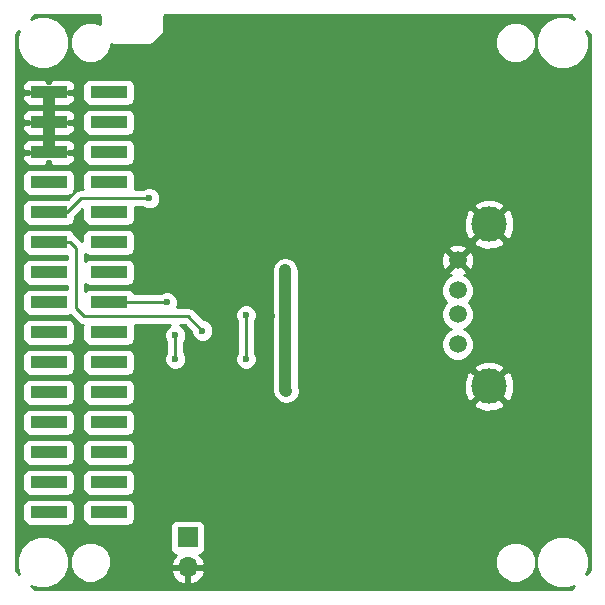
<source format=gbl>
G04 #@! TF.FileFunction,Copper,L2,Bot,Signal*
%FSLAX46Y46*%
G04 Gerber Fmt 4.6, Leading zero omitted, Abs format (unit mm)*
G04 Created by KiCad (PCBNEW 4.0.7) date 06/02/18 04:08:01*
%MOMM*%
%LPD*%
G01*
G04 APERTURE LIST*
%ADD10C,0.100000*%
%ADD11C,1.500000*%
%ADD12C,3.000000*%
%ADD13R,1.700000X1.700000*%
%ADD14O,1.700000X1.700000*%
%ADD15C,0.800000*%
%ADD16R,3.150000X1.000000*%
%ADD17C,0.600000*%
%ADD18C,1.000000*%
%ADD19C,0.250000*%
%ADD20C,0.254000*%
G04 APERTURE END LIST*
D10*
D11*
X142100000Y-104452400D03*
X142100000Y-106992400D03*
X142100000Y-109022400D03*
X142100000Y-111562400D03*
D12*
X144770000Y-101402400D03*
X144770000Y-115122400D03*
D13*
X119240000Y-127920000D03*
D14*
X119240000Y-130460000D03*
D15*
X108095000Y-90220000D03*
D16*
X107475000Y-90220000D03*
D15*
X106825000Y-90220000D03*
D16*
X112555000Y-90220000D03*
X107475000Y-92760000D03*
X112555000Y-92760000D03*
X107475000Y-95300000D03*
X112555000Y-95300000D03*
X107475000Y-97840000D03*
X112555000Y-97840000D03*
X107475000Y-100380000D03*
X112555000Y-100380000D03*
X107475000Y-102920000D03*
X112555000Y-102920000D03*
X107475000Y-105460000D03*
X112555000Y-105460000D03*
X107475000Y-108000000D03*
X112555000Y-108000000D03*
X107475000Y-110540000D03*
X112555000Y-110540000D03*
X107475000Y-113080000D03*
X112555000Y-113080000D03*
X107475000Y-115620000D03*
X112555000Y-115620000D03*
X107475000Y-118160000D03*
X112555000Y-118160000D03*
X107475000Y-120700000D03*
X112555000Y-120700000D03*
X107475000Y-123240000D03*
X112555000Y-123240000D03*
X107475000Y-125780000D03*
X112555000Y-125780000D03*
D15*
X111905000Y-90220000D03*
X106825000Y-92760000D03*
X111905000Y-92760000D03*
X106825000Y-95300000D03*
X111905000Y-95300000D03*
X106825000Y-97840000D03*
X111905000Y-97840000D03*
X106825000Y-100380000D03*
X111905000Y-100380000D03*
X106825000Y-102920000D03*
X111905000Y-102920000D03*
X106825000Y-105460000D03*
X111905000Y-105460000D03*
X106825000Y-108000000D03*
X111905000Y-108000000D03*
X106825000Y-110540000D03*
X111905000Y-110540000D03*
X106825000Y-113080000D03*
X111905000Y-113080000D03*
X106825000Y-115620000D03*
X111905000Y-115620000D03*
X106825000Y-118160000D03*
X111905000Y-118160000D03*
X106825000Y-120700000D03*
X111905000Y-120700000D03*
X106825000Y-123240000D03*
X111905000Y-123240000D03*
X106825000Y-125780000D03*
X111905000Y-125780000D03*
X113175000Y-90220000D03*
X108095000Y-92760000D03*
X113175000Y-92760000D03*
X108095000Y-95300000D03*
X113175000Y-95300000D03*
X108095000Y-97840000D03*
X113175000Y-97840000D03*
X108095000Y-100380000D03*
X113175000Y-100380000D03*
X108095000Y-102920000D03*
X113175000Y-102920000D03*
X108095000Y-105460000D03*
X113175000Y-105460000D03*
X108095000Y-108000000D03*
X113175000Y-108000000D03*
X108095000Y-110540000D03*
X113175000Y-110540000D03*
X108095000Y-113080000D03*
X113175000Y-113080000D03*
X108095000Y-115620000D03*
X113175000Y-115620000D03*
X108095000Y-118160000D03*
X113175000Y-118160000D03*
X108095000Y-120700000D03*
X113175000Y-120700000D03*
X108095000Y-123240000D03*
X113175000Y-123240000D03*
X108095000Y-125780000D03*
X113175000Y-125780000D03*
D17*
X123600000Y-102200000D03*
X116800000Y-94000000D03*
X135400000Y-98800000D03*
X135400000Y-104500000D03*
X118900000Y-117500000D03*
X122700000Y-113100000D03*
X131800000Y-108000000D03*
X139800000Y-115300000D03*
X136700000Y-109100000D03*
X126400000Y-109200000D03*
X116000000Y-119500000D03*
X127600000Y-115500000D03*
X127500000Y-105300000D03*
X116000000Y-99200000D03*
X120500000Y-110400000D03*
X124200000Y-109100000D03*
X124200000Y-112800000D03*
X117500000Y-108000000D03*
X118200000Y-110800000D03*
X118200000Y-112800000D03*
D18*
X107475000Y-92760000D02*
X107475000Y-95300000D01*
X107475000Y-90220000D02*
X107475000Y-92760000D01*
X127600000Y-115500000D02*
X127500000Y-115400000D01*
X127500000Y-115400000D02*
X127500000Y-105300000D01*
D19*
X116000000Y-99200000D02*
X110200000Y-99200000D01*
X109020000Y-100380000D02*
X110200000Y-99200000D01*
X109020000Y-100380000D02*
X107475000Y-100380000D01*
X109320000Y-102920000D02*
X107475000Y-102920000D01*
X109800000Y-103400000D02*
X109320000Y-102920000D01*
X109800000Y-108500000D02*
X109800000Y-103400000D01*
X110500000Y-109200000D02*
X109800000Y-108500000D01*
X119300000Y-109200000D02*
X110500000Y-109200000D01*
X120500000Y-110400000D02*
X119300000Y-109200000D01*
X124200000Y-109100000D02*
X124200000Y-112800000D01*
X117500000Y-108000000D02*
X112555000Y-108000000D01*
X118200000Y-110800000D02*
X118200000Y-112800000D01*
D20*
G36*
X111790000Y-83794092D02*
X111790000Y-84449406D01*
X111346627Y-84265301D01*
X110656401Y-84264699D01*
X110018485Y-84528281D01*
X109529996Y-85015918D01*
X109265301Y-85653373D01*
X109264699Y-86343599D01*
X109528281Y-86981515D01*
X110015918Y-87470004D01*
X110653373Y-87734699D01*
X111343599Y-87735301D01*
X111981515Y-87471719D01*
X112470004Y-86984082D01*
X112734699Y-86346627D01*
X112734701Y-86343599D01*
X145264699Y-86343599D01*
X145528281Y-86981515D01*
X146015918Y-87470004D01*
X146653373Y-87734699D01*
X147343599Y-87735301D01*
X147981515Y-87471719D01*
X148470004Y-86984082D01*
X148734699Y-86346627D01*
X148735301Y-85656401D01*
X148471719Y-85018485D01*
X147984082Y-84529996D01*
X147346627Y-84265301D01*
X146656401Y-84264699D01*
X146018485Y-84528281D01*
X145529996Y-85015918D01*
X145265301Y-85653373D01*
X145264699Y-86343599D01*
X112734701Y-86343599D01*
X112734864Y-86157261D01*
X113000000Y-86210000D01*
X116000000Y-86210000D01*
X116271705Y-86155954D01*
X116502046Y-86002046D01*
X117002046Y-85502046D01*
X117155954Y-85271705D01*
X117210000Y-85000000D01*
X117210000Y-83794092D01*
X117294092Y-83710000D01*
X151705908Y-83710000D01*
X151984818Y-83988910D01*
X151446519Y-83765389D01*
X150557381Y-83764613D01*
X149735628Y-84104155D01*
X149106364Y-84732321D01*
X148765389Y-85553481D01*
X148764613Y-86442619D01*
X149104155Y-87264372D01*
X149732321Y-87893636D01*
X150553481Y-88234611D01*
X151442619Y-88235387D01*
X152264372Y-87895845D01*
X152893636Y-87267679D01*
X153234611Y-86446519D01*
X153235387Y-85557381D01*
X153011541Y-85015633D01*
X153290000Y-85294092D01*
X153290000Y-130705908D01*
X153011090Y-130984818D01*
X153234611Y-130446519D01*
X153235387Y-129557381D01*
X152895845Y-128735628D01*
X152267679Y-128106364D01*
X151446519Y-127765389D01*
X150557381Y-127764613D01*
X149735628Y-128104155D01*
X149106364Y-128732321D01*
X148765389Y-129553481D01*
X148764613Y-130442619D01*
X149104155Y-131264372D01*
X149732321Y-131893636D01*
X150553481Y-132234611D01*
X151442619Y-132235387D01*
X151984367Y-132011541D01*
X151705908Y-132290000D01*
X106294092Y-132290000D01*
X106015182Y-132011090D01*
X106553481Y-132234611D01*
X107442619Y-132235387D01*
X108264372Y-131895845D01*
X108893636Y-131267679D01*
X109234611Y-130446519D01*
X109234700Y-130343599D01*
X109264699Y-130343599D01*
X109528281Y-130981515D01*
X110015918Y-131470004D01*
X110653373Y-131734699D01*
X111343599Y-131735301D01*
X111981515Y-131471719D01*
X112470004Y-130984082D01*
X112539428Y-130816890D01*
X117798524Y-130816890D01*
X117968355Y-131226924D01*
X118358642Y-131655183D01*
X118883108Y-131901486D01*
X119113000Y-131780819D01*
X119113000Y-130587000D01*
X119367000Y-130587000D01*
X119367000Y-131780819D01*
X119596892Y-131901486D01*
X120121358Y-131655183D01*
X120511645Y-131226924D01*
X120681476Y-130816890D01*
X120560155Y-130587000D01*
X119367000Y-130587000D01*
X119113000Y-130587000D01*
X117919845Y-130587000D01*
X117798524Y-130816890D01*
X112539428Y-130816890D01*
X112734699Y-130346627D01*
X112734701Y-130343599D01*
X145264699Y-130343599D01*
X145528281Y-130981515D01*
X146015918Y-131470004D01*
X146653373Y-131734699D01*
X147343599Y-131735301D01*
X147981515Y-131471719D01*
X148470004Y-130984082D01*
X148734699Y-130346627D01*
X148735301Y-129656401D01*
X148471719Y-129018485D01*
X147984082Y-128529996D01*
X147346627Y-128265301D01*
X146656401Y-128264699D01*
X146018485Y-128528281D01*
X145529996Y-129015918D01*
X145265301Y-129653373D01*
X145264699Y-130343599D01*
X112734701Y-130343599D01*
X112735301Y-129656401D01*
X112471719Y-129018485D01*
X111984082Y-128529996D01*
X111346627Y-128265301D01*
X110656401Y-128264699D01*
X110018485Y-128528281D01*
X109529996Y-129015918D01*
X109265301Y-129653373D01*
X109264699Y-130343599D01*
X109234700Y-130343599D01*
X109235387Y-129557381D01*
X108895845Y-128735628D01*
X108267679Y-128106364D01*
X107446519Y-127765389D01*
X106557381Y-127764613D01*
X105735628Y-128104155D01*
X105106364Y-128732321D01*
X104765389Y-129553481D01*
X104764613Y-130442619D01*
X104988459Y-130984367D01*
X104710000Y-130705908D01*
X104710000Y-127070000D01*
X117742560Y-127070000D01*
X117742560Y-128770000D01*
X117786838Y-129005317D01*
X117925910Y-129221441D01*
X118138110Y-129366431D01*
X118246107Y-129388301D01*
X117968355Y-129693076D01*
X117798524Y-130103110D01*
X117919845Y-130333000D01*
X119113000Y-130333000D01*
X119113000Y-130313000D01*
X119367000Y-130313000D01*
X119367000Y-130333000D01*
X120560155Y-130333000D01*
X120681476Y-130103110D01*
X120511645Y-129693076D01*
X120235499Y-129390063D01*
X120325317Y-129373162D01*
X120541441Y-129234090D01*
X120686431Y-129021890D01*
X120737440Y-128770000D01*
X120737440Y-127070000D01*
X120693162Y-126834683D01*
X120554090Y-126618559D01*
X120341890Y-126473569D01*
X120090000Y-126422560D01*
X118390000Y-126422560D01*
X118154683Y-126466838D01*
X117938559Y-126605910D01*
X117793569Y-126818110D01*
X117742560Y-127070000D01*
X104710000Y-127070000D01*
X104710000Y-125280000D01*
X105252560Y-125280000D01*
X105252560Y-126280000D01*
X105296838Y-126515317D01*
X105435910Y-126731441D01*
X105648110Y-126876431D01*
X105900000Y-126927440D01*
X109050000Y-126927440D01*
X109285317Y-126883162D01*
X109501441Y-126744090D01*
X109646431Y-126531890D01*
X109697440Y-126280000D01*
X109697440Y-125280000D01*
X110332560Y-125280000D01*
X110332560Y-126280000D01*
X110376838Y-126515317D01*
X110515910Y-126731441D01*
X110728110Y-126876431D01*
X110980000Y-126927440D01*
X114130000Y-126927440D01*
X114365317Y-126883162D01*
X114581441Y-126744090D01*
X114726431Y-126531890D01*
X114777440Y-126280000D01*
X114777440Y-125280000D01*
X114733162Y-125044683D01*
X114594090Y-124828559D01*
X114381890Y-124683569D01*
X114130000Y-124632560D01*
X110980000Y-124632560D01*
X110744683Y-124676838D01*
X110528559Y-124815910D01*
X110383569Y-125028110D01*
X110332560Y-125280000D01*
X109697440Y-125280000D01*
X109653162Y-125044683D01*
X109514090Y-124828559D01*
X109301890Y-124683569D01*
X109050000Y-124632560D01*
X105900000Y-124632560D01*
X105664683Y-124676838D01*
X105448559Y-124815910D01*
X105303569Y-125028110D01*
X105252560Y-125280000D01*
X104710000Y-125280000D01*
X104710000Y-122740000D01*
X105252560Y-122740000D01*
X105252560Y-123740000D01*
X105296838Y-123975317D01*
X105435910Y-124191441D01*
X105648110Y-124336431D01*
X105900000Y-124387440D01*
X109050000Y-124387440D01*
X109285317Y-124343162D01*
X109501441Y-124204090D01*
X109646431Y-123991890D01*
X109697440Y-123740000D01*
X109697440Y-122740000D01*
X110332560Y-122740000D01*
X110332560Y-123740000D01*
X110376838Y-123975317D01*
X110515910Y-124191441D01*
X110728110Y-124336431D01*
X110980000Y-124387440D01*
X114130000Y-124387440D01*
X114365317Y-124343162D01*
X114581441Y-124204090D01*
X114726431Y-123991890D01*
X114777440Y-123740000D01*
X114777440Y-122740000D01*
X114733162Y-122504683D01*
X114594090Y-122288559D01*
X114381890Y-122143569D01*
X114130000Y-122092560D01*
X110980000Y-122092560D01*
X110744683Y-122136838D01*
X110528559Y-122275910D01*
X110383569Y-122488110D01*
X110332560Y-122740000D01*
X109697440Y-122740000D01*
X109653162Y-122504683D01*
X109514090Y-122288559D01*
X109301890Y-122143569D01*
X109050000Y-122092560D01*
X105900000Y-122092560D01*
X105664683Y-122136838D01*
X105448559Y-122275910D01*
X105303569Y-122488110D01*
X105252560Y-122740000D01*
X104710000Y-122740000D01*
X104710000Y-120200000D01*
X105252560Y-120200000D01*
X105252560Y-121200000D01*
X105296838Y-121435317D01*
X105435910Y-121651441D01*
X105648110Y-121796431D01*
X105900000Y-121847440D01*
X109050000Y-121847440D01*
X109285317Y-121803162D01*
X109501441Y-121664090D01*
X109646431Y-121451890D01*
X109697440Y-121200000D01*
X109697440Y-120200000D01*
X110332560Y-120200000D01*
X110332560Y-121200000D01*
X110376838Y-121435317D01*
X110515910Y-121651441D01*
X110728110Y-121796431D01*
X110980000Y-121847440D01*
X114130000Y-121847440D01*
X114365317Y-121803162D01*
X114581441Y-121664090D01*
X114726431Y-121451890D01*
X114777440Y-121200000D01*
X114777440Y-120200000D01*
X114733162Y-119964683D01*
X114594090Y-119748559D01*
X114381890Y-119603569D01*
X114130000Y-119552560D01*
X110980000Y-119552560D01*
X110744683Y-119596838D01*
X110528559Y-119735910D01*
X110383569Y-119948110D01*
X110332560Y-120200000D01*
X109697440Y-120200000D01*
X109653162Y-119964683D01*
X109514090Y-119748559D01*
X109301890Y-119603569D01*
X109050000Y-119552560D01*
X105900000Y-119552560D01*
X105664683Y-119596838D01*
X105448559Y-119735910D01*
X105303569Y-119948110D01*
X105252560Y-120200000D01*
X104710000Y-120200000D01*
X104710000Y-117660000D01*
X105252560Y-117660000D01*
X105252560Y-118660000D01*
X105296838Y-118895317D01*
X105435910Y-119111441D01*
X105648110Y-119256431D01*
X105900000Y-119307440D01*
X109050000Y-119307440D01*
X109285317Y-119263162D01*
X109501441Y-119124090D01*
X109646431Y-118911890D01*
X109697440Y-118660000D01*
X109697440Y-117660000D01*
X110332560Y-117660000D01*
X110332560Y-118660000D01*
X110376838Y-118895317D01*
X110515910Y-119111441D01*
X110728110Y-119256431D01*
X110980000Y-119307440D01*
X114130000Y-119307440D01*
X114365317Y-119263162D01*
X114581441Y-119124090D01*
X114726431Y-118911890D01*
X114777440Y-118660000D01*
X114777440Y-117660000D01*
X114733162Y-117424683D01*
X114594090Y-117208559D01*
X114381890Y-117063569D01*
X114130000Y-117012560D01*
X110980000Y-117012560D01*
X110744683Y-117056838D01*
X110528559Y-117195910D01*
X110383569Y-117408110D01*
X110332560Y-117660000D01*
X109697440Y-117660000D01*
X109653162Y-117424683D01*
X109514090Y-117208559D01*
X109301890Y-117063569D01*
X109050000Y-117012560D01*
X105900000Y-117012560D01*
X105664683Y-117056838D01*
X105448559Y-117195910D01*
X105303569Y-117408110D01*
X105252560Y-117660000D01*
X104710000Y-117660000D01*
X104710000Y-115120000D01*
X105252560Y-115120000D01*
X105252560Y-116120000D01*
X105296838Y-116355317D01*
X105435910Y-116571441D01*
X105648110Y-116716431D01*
X105900000Y-116767440D01*
X109050000Y-116767440D01*
X109285317Y-116723162D01*
X109501441Y-116584090D01*
X109646431Y-116371890D01*
X109697440Y-116120000D01*
X109697440Y-115120000D01*
X110332560Y-115120000D01*
X110332560Y-116120000D01*
X110376838Y-116355317D01*
X110515910Y-116571441D01*
X110728110Y-116716431D01*
X110980000Y-116767440D01*
X114130000Y-116767440D01*
X114365317Y-116723162D01*
X114500195Y-116636370D01*
X143435635Y-116636370D01*
X143595418Y-116955139D01*
X144386187Y-117265123D01*
X145235387Y-117248897D01*
X145944582Y-116955139D01*
X146104365Y-116636370D01*
X144770000Y-115302005D01*
X143435635Y-116636370D01*
X114500195Y-116636370D01*
X114581441Y-116584090D01*
X114726431Y-116371890D01*
X114777440Y-116120000D01*
X114777440Y-115120000D01*
X114733162Y-114884683D01*
X114594090Y-114668559D01*
X114381890Y-114523569D01*
X114130000Y-114472560D01*
X110980000Y-114472560D01*
X110744683Y-114516838D01*
X110528559Y-114655910D01*
X110383569Y-114868110D01*
X110332560Y-115120000D01*
X109697440Y-115120000D01*
X109653162Y-114884683D01*
X109514090Y-114668559D01*
X109301890Y-114523569D01*
X109050000Y-114472560D01*
X105900000Y-114472560D01*
X105664683Y-114516838D01*
X105448559Y-114655910D01*
X105303569Y-114868110D01*
X105252560Y-115120000D01*
X104710000Y-115120000D01*
X104710000Y-112580000D01*
X105252560Y-112580000D01*
X105252560Y-113580000D01*
X105296838Y-113815317D01*
X105435910Y-114031441D01*
X105648110Y-114176431D01*
X105900000Y-114227440D01*
X109050000Y-114227440D01*
X109285317Y-114183162D01*
X109501441Y-114044090D01*
X109646431Y-113831890D01*
X109697440Y-113580000D01*
X109697440Y-112580000D01*
X110332560Y-112580000D01*
X110332560Y-113580000D01*
X110376838Y-113815317D01*
X110515910Y-114031441D01*
X110728110Y-114176431D01*
X110980000Y-114227440D01*
X114130000Y-114227440D01*
X114365317Y-114183162D01*
X114581441Y-114044090D01*
X114726431Y-113831890D01*
X114777440Y-113580000D01*
X114777440Y-112580000D01*
X114733162Y-112344683D01*
X114594090Y-112128559D01*
X114381890Y-111983569D01*
X114130000Y-111932560D01*
X110980000Y-111932560D01*
X110744683Y-111976838D01*
X110528559Y-112115910D01*
X110383569Y-112328110D01*
X110332560Y-112580000D01*
X109697440Y-112580000D01*
X109653162Y-112344683D01*
X109514090Y-112128559D01*
X109301890Y-111983569D01*
X109050000Y-111932560D01*
X105900000Y-111932560D01*
X105664683Y-111976838D01*
X105448559Y-112115910D01*
X105303569Y-112328110D01*
X105252560Y-112580000D01*
X104710000Y-112580000D01*
X104710000Y-110040000D01*
X105252560Y-110040000D01*
X105252560Y-111040000D01*
X105296838Y-111275317D01*
X105435910Y-111491441D01*
X105648110Y-111636431D01*
X105900000Y-111687440D01*
X109050000Y-111687440D01*
X109285317Y-111643162D01*
X109501441Y-111504090D01*
X109646431Y-111291890D01*
X109697440Y-111040000D01*
X109697440Y-110040000D01*
X109653162Y-109804683D01*
X109514090Y-109588559D01*
X109301890Y-109443569D01*
X109050000Y-109392560D01*
X105900000Y-109392560D01*
X105664683Y-109436838D01*
X105448559Y-109575910D01*
X105303569Y-109788110D01*
X105252560Y-110040000D01*
X104710000Y-110040000D01*
X104710000Y-102420000D01*
X105252560Y-102420000D01*
X105252560Y-103420000D01*
X105296838Y-103655317D01*
X105435910Y-103871441D01*
X105648110Y-104016431D01*
X105900000Y-104067440D01*
X109040000Y-104067440D01*
X109040000Y-104312560D01*
X105900000Y-104312560D01*
X105664683Y-104356838D01*
X105448559Y-104495910D01*
X105303569Y-104708110D01*
X105252560Y-104960000D01*
X105252560Y-105960000D01*
X105296838Y-106195317D01*
X105435910Y-106411441D01*
X105648110Y-106556431D01*
X105900000Y-106607440D01*
X109040000Y-106607440D01*
X109040000Y-106852560D01*
X105900000Y-106852560D01*
X105664683Y-106896838D01*
X105448559Y-107035910D01*
X105303569Y-107248110D01*
X105252560Y-107500000D01*
X105252560Y-108500000D01*
X105296838Y-108735317D01*
X105435910Y-108951441D01*
X105648110Y-109096431D01*
X105900000Y-109147440D01*
X109050000Y-109147440D01*
X109285317Y-109103162D01*
X109311507Y-109086309D01*
X109962598Y-109737401D01*
X110068204Y-109807964D01*
X110209161Y-109902148D01*
X110354617Y-109931081D01*
X110332560Y-110040000D01*
X110332560Y-111040000D01*
X110376838Y-111275317D01*
X110515910Y-111491441D01*
X110728110Y-111636431D01*
X110980000Y-111687440D01*
X114130000Y-111687440D01*
X114365317Y-111643162D01*
X114581441Y-111504090D01*
X114726431Y-111291890D01*
X114777440Y-111040000D01*
X114777440Y-110040000D01*
X114762387Y-109960000D01*
X117784523Y-109960000D01*
X117671057Y-110006883D01*
X117407808Y-110269673D01*
X117265162Y-110613201D01*
X117264838Y-110985167D01*
X117406883Y-111328943D01*
X117440000Y-111362118D01*
X117440000Y-112237537D01*
X117407808Y-112269673D01*
X117265162Y-112613201D01*
X117264838Y-112985167D01*
X117406883Y-113328943D01*
X117669673Y-113592192D01*
X118013201Y-113734838D01*
X118385167Y-113735162D01*
X118728943Y-113593117D01*
X118992192Y-113330327D01*
X119134838Y-112986799D01*
X119135162Y-112614833D01*
X118993117Y-112271057D01*
X118960000Y-112237882D01*
X118960000Y-111362463D01*
X118992192Y-111330327D01*
X119134838Y-110986799D01*
X119135162Y-110614833D01*
X118993117Y-110271057D01*
X118730327Y-110007808D01*
X118615193Y-109960000D01*
X118985198Y-109960000D01*
X119564878Y-110539680D01*
X119564838Y-110585167D01*
X119706883Y-110928943D01*
X119969673Y-111192192D01*
X120313201Y-111334838D01*
X120685167Y-111335162D01*
X121028943Y-111193117D01*
X121292192Y-110930327D01*
X121434838Y-110586799D01*
X121435162Y-110214833D01*
X121293117Y-109871057D01*
X121030327Y-109607808D01*
X120686799Y-109465162D01*
X120639923Y-109465121D01*
X120459969Y-109285167D01*
X123264838Y-109285167D01*
X123406883Y-109628943D01*
X123440000Y-109662118D01*
X123440000Y-112237537D01*
X123407808Y-112269673D01*
X123265162Y-112613201D01*
X123264838Y-112985167D01*
X123406883Y-113328943D01*
X123669673Y-113592192D01*
X124013201Y-113734838D01*
X124385167Y-113735162D01*
X124728943Y-113593117D01*
X124992192Y-113330327D01*
X125134838Y-112986799D01*
X125135162Y-112614833D01*
X124993117Y-112271057D01*
X124960000Y-112237882D01*
X124960000Y-109662463D01*
X124992192Y-109630327D01*
X125134838Y-109286799D01*
X125135162Y-108914833D01*
X124993117Y-108571057D01*
X124730327Y-108307808D01*
X124386799Y-108165162D01*
X124014833Y-108164838D01*
X123671057Y-108306883D01*
X123407808Y-108569673D01*
X123265162Y-108913201D01*
X123264838Y-109285167D01*
X120459969Y-109285167D01*
X119837401Y-108662599D01*
X119590839Y-108497852D01*
X119300000Y-108440000D01*
X118329699Y-108440000D01*
X118434838Y-108186799D01*
X118435162Y-107814833D01*
X118293117Y-107471057D01*
X118030327Y-107207808D01*
X117686799Y-107065162D01*
X117314833Y-107064838D01*
X116971057Y-107206883D01*
X116937882Y-107240000D01*
X114717279Y-107240000D01*
X114594090Y-107048559D01*
X114381890Y-106903569D01*
X114130000Y-106852560D01*
X110980000Y-106852560D01*
X110744683Y-106896838D01*
X110560000Y-107015678D01*
X110560000Y-106441566D01*
X110728110Y-106556431D01*
X110980000Y-106607440D01*
X114130000Y-106607440D01*
X114365317Y-106563162D01*
X114581441Y-106424090D01*
X114726431Y-106211890D01*
X114777440Y-105960000D01*
X114777440Y-105300000D01*
X126365000Y-105300000D01*
X126365000Y-115400000D01*
X126451397Y-115834346D01*
X126642265Y-116120000D01*
X126697434Y-116202566D01*
X126797434Y-116302566D01*
X127165654Y-116548603D01*
X127600000Y-116634999D01*
X128034345Y-116548603D01*
X128402566Y-116302566D01*
X128648603Y-115934345D01*
X128734999Y-115500000D01*
X128648603Y-115065654D01*
X128635000Y-115045296D01*
X128635000Y-114738587D01*
X142627277Y-114738587D01*
X142643503Y-115587787D01*
X142937261Y-116296982D01*
X143256030Y-116456765D01*
X144590395Y-115122400D01*
X144949605Y-115122400D01*
X146283970Y-116456765D01*
X146602739Y-116296982D01*
X146912723Y-115506213D01*
X146896497Y-114657013D01*
X146602739Y-113947818D01*
X146283970Y-113788035D01*
X144949605Y-115122400D01*
X144590395Y-115122400D01*
X143256030Y-113788035D01*
X142937261Y-113947818D01*
X142627277Y-114738587D01*
X128635000Y-114738587D01*
X128635000Y-113608430D01*
X143435635Y-113608430D01*
X144770000Y-114942795D01*
X146104365Y-113608430D01*
X145944582Y-113289661D01*
X145153813Y-112979677D01*
X144304613Y-112995903D01*
X143595418Y-113289661D01*
X143435635Y-113608430D01*
X128635000Y-113608430D01*
X128635000Y-107266685D01*
X140714760Y-107266685D01*
X140925169Y-107775915D01*
X141156313Y-108007462D01*
X140926539Y-108236836D01*
X140715241Y-108745698D01*
X140714760Y-109296685D01*
X140925169Y-109805915D01*
X141314436Y-110195861D01*
X141546870Y-110292376D01*
X141316485Y-110387569D01*
X140926539Y-110776836D01*
X140715241Y-111285698D01*
X140714760Y-111836685D01*
X140925169Y-112345915D01*
X141314436Y-112735861D01*
X141823298Y-112947159D01*
X142374285Y-112947640D01*
X142883515Y-112737231D01*
X143273461Y-112347964D01*
X143484759Y-111839102D01*
X143485240Y-111288115D01*
X143274831Y-110778885D01*
X142885564Y-110388939D01*
X142653130Y-110292424D01*
X142883515Y-110197231D01*
X143273461Y-109807964D01*
X143484759Y-109299102D01*
X143485240Y-108748115D01*
X143274831Y-108238885D01*
X143043687Y-108007338D01*
X143273461Y-107777964D01*
X143484759Y-107269102D01*
X143485240Y-106718115D01*
X143274831Y-106208885D01*
X142885564Y-105818939D01*
X142669021Y-105729023D01*
X142823923Y-105664860D01*
X142891912Y-105423917D01*
X142100000Y-104632005D01*
X141308088Y-105423917D01*
X141376077Y-105664860D01*
X141542621Y-105724132D01*
X141316485Y-105817569D01*
X140926539Y-106206836D01*
X140715241Y-106715698D01*
X140714760Y-107266685D01*
X128635000Y-107266685D01*
X128635000Y-105300000D01*
X128548603Y-104865654D01*
X128302566Y-104497434D01*
X127934346Y-104251397D01*
X127915112Y-104247571D01*
X140702799Y-104247571D01*
X140730770Y-104797848D01*
X140887540Y-105176323D01*
X141128483Y-105244312D01*
X141920395Y-104452400D01*
X142279605Y-104452400D01*
X143071517Y-105244312D01*
X143312460Y-105176323D01*
X143497201Y-104657229D01*
X143469230Y-104106952D01*
X143312460Y-103728477D01*
X143071517Y-103660488D01*
X142279605Y-104452400D01*
X141920395Y-104452400D01*
X141128483Y-103660488D01*
X140887540Y-103728477D01*
X140702799Y-104247571D01*
X127915112Y-104247571D01*
X127500000Y-104165000D01*
X127065654Y-104251397D01*
X126697434Y-104497434D01*
X126451397Y-104865654D01*
X126365000Y-105300000D01*
X114777440Y-105300000D01*
X114777440Y-104960000D01*
X114733162Y-104724683D01*
X114594090Y-104508559D01*
X114381890Y-104363569D01*
X114130000Y-104312560D01*
X110980000Y-104312560D01*
X110744683Y-104356838D01*
X110560000Y-104475678D01*
X110560000Y-103901566D01*
X110728110Y-104016431D01*
X110980000Y-104067440D01*
X114130000Y-104067440D01*
X114365317Y-104023162D01*
X114581441Y-103884090D01*
X114726431Y-103671890D01*
X114765110Y-103480883D01*
X141308088Y-103480883D01*
X142100000Y-104272795D01*
X142891912Y-103480883D01*
X142823923Y-103239940D01*
X142304829Y-103055199D01*
X141754552Y-103083170D01*
X141376077Y-103239940D01*
X141308088Y-103480883D01*
X114765110Y-103480883D01*
X114777440Y-103420000D01*
X114777440Y-102916370D01*
X143435635Y-102916370D01*
X143595418Y-103235139D01*
X144386187Y-103545123D01*
X145235387Y-103528897D01*
X145944582Y-103235139D01*
X146104365Y-102916370D01*
X144770000Y-101582005D01*
X143435635Y-102916370D01*
X114777440Y-102916370D01*
X114777440Y-102420000D01*
X114733162Y-102184683D01*
X114594090Y-101968559D01*
X114381890Y-101823569D01*
X114130000Y-101772560D01*
X110980000Y-101772560D01*
X110744683Y-101816838D01*
X110528559Y-101955910D01*
X110383569Y-102168110D01*
X110332560Y-102420000D01*
X110332560Y-102857757D01*
X109857401Y-102382599D01*
X109666387Y-102254968D01*
X109653162Y-102184683D01*
X109514090Y-101968559D01*
X109301890Y-101823569D01*
X109050000Y-101772560D01*
X105900000Y-101772560D01*
X105664683Y-101816838D01*
X105448559Y-101955910D01*
X105303569Y-102168110D01*
X105252560Y-102420000D01*
X104710000Y-102420000D01*
X104710000Y-99880000D01*
X105252560Y-99880000D01*
X105252560Y-100880000D01*
X105296838Y-101115317D01*
X105435910Y-101331441D01*
X105648110Y-101476431D01*
X105900000Y-101527440D01*
X109050000Y-101527440D01*
X109285317Y-101483162D01*
X109501441Y-101344090D01*
X109646431Y-101131890D01*
X109697440Y-100880000D01*
X109697440Y-100777362D01*
X110332560Y-100142242D01*
X110332560Y-100880000D01*
X110376838Y-101115317D01*
X110515910Y-101331441D01*
X110728110Y-101476431D01*
X110980000Y-101527440D01*
X114130000Y-101527440D01*
X114365317Y-101483162D01*
X114581441Y-101344090D01*
X114726431Y-101131890D01*
X114749375Y-101018587D01*
X142627277Y-101018587D01*
X142643503Y-101867787D01*
X142937261Y-102576982D01*
X143256030Y-102736765D01*
X144590395Y-101402400D01*
X144949605Y-101402400D01*
X146283970Y-102736765D01*
X146602739Y-102576982D01*
X146912723Y-101786213D01*
X146896497Y-100937013D01*
X146602739Y-100227818D01*
X146283970Y-100068035D01*
X144949605Y-101402400D01*
X144590395Y-101402400D01*
X143256030Y-100068035D01*
X142937261Y-100227818D01*
X142627277Y-101018587D01*
X114749375Y-101018587D01*
X114777440Y-100880000D01*
X114777440Y-99960000D01*
X115437537Y-99960000D01*
X115469673Y-99992192D01*
X115813201Y-100134838D01*
X116185167Y-100135162D01*
X116528943Y-99993117D01*
X116633812Y-99888430D01*
X143435635Y-99888430D01*
X144770000Y-101222795D01*
X146104365Y-99888430D01*
X145944582Y-99569661D01*
X145153813Y-99259677D01*
X144304613Y-99275903D01*
X143595418Y-99569661D01*
X143435635Y-99888430D01*
X116633812Y-99888430D01*
X116792192Y-99730327D01*
X116934838Y-99386799D01*
X116935162Y-99014833D01*
X116793117Y-98671057D01*
X116530327Y-98407808D01*
X116186799Y-98265162D01*
X115814833Y-98264838D01*
X115471057Y-98406883D01*
X115437882Y-98440000D01*
X114757189Y-98440000D01*
X114777440Y-98340000D01*
X114777440Y-97340000D01*
X114733162Y-97104683D01*
X114594090Y-96888559D01*
X114381890Y-96743569D01*
X114130000Y-96692560D01*
X110980000Y-96692560D01*
X110744683Y-96736838D01*
X110528559Y-96875910D01*
X110383569Y-97088110D01*
X110332560Y-97340000D01*
X110332560Y-98340000D01*
X110351376Y-98440000D01*
X110200000Y-98440000D01*
X109909161Y-98497852D01*
X109662599Y-98662599D01*
X109085458Y-99239740D01*
X109050000Y-99232560D01*
X105900000Y-99232560D01*
X105664683Y-99276838D01*
X105448559Y-99415910D01*
X105303569Y-99628110D01*
X105252560Y-99880000D01*
X104710000Y-99880000D01*
X104710000Y-97340000D01*
X105252560Y-97340000D01*
X105252560Y-98340000D01*
X105296838Y-98575317D01*
X105435910Y-98791441D01*
X105648110Y-98936431D01*
X105900000Y-98987440D01*
X109050000Y-98987440D01*
X109285317Y-98943162D01*
X109501441Y-98804090D01*
X109646431Y-98591890D01*
X109697440Y-98340000D01*
X109697440Y-97340000D01*
X109653162Y-97104683D01*
X109514090Y-96888559D01*
X109301890Y-96743569D01*
X109050000Y-96692560D01*
X105900000Y-96692560D01*
X105664683Y-96736838D01*
X105448559Y-96875910D01*
X105303569Y-97088110D01*
X105252560Y-97340000D01*
X104710000Y-97340000D01*
X104710000Y-94673690D01*
X105265000Y-94673690D01*
X105265000Y-95014250D01*
X105423750Y-95173000D01*
X105778600Y-95173000D01*
X105776691Y-95178931D01*
X105796921Y-95427000D01*
X105423750Y-95427000D01*
X105265000Y-95585750D01*
X105265000Y-95926310D01*
X105361673Y-96159699D01*
X105540302Y-96338327D01*
X105773691Y-96435000D01*
X107189250Y-96435000D01*
X107348000Y-96276250D01*
X107348000Y-96139517D01*
X107358516Y-96052384D01*
X107440370Y-96134238D01*
X107460000Y-96114608D01*
X107479630Y-96134238D01*
X107561483Y-96052385D01*
X107581977Y-96222180D01*
X107602000Y-96228623D01*
X107602000Y-96276250D01*
X107760750Y-96435000D01*
X109176309Y-96435000D01*
X109409698Y-96338327D01*
X109588327Y-96159699D01*
X109685000Y-95926310D01*
X109685000Y-95585750D01*
X109526250Y-95427000D01*
X109141400Y-95427000D01*
X109143309Y-95421069D01*
X109123079Y-95173000D01*
X109526250Y-95173000D01*
X109685000Y-95014250D01*
X109685000Y-94800000D01*
X110332560Y-94800000D01*
X110332560Y-95800000D01*
X110376838Y-96035317D01*
X110515910Y-96251441D01*
X110728110Y-96396431D01*
X110980000Y-96447440D01*
X114130000Y-96447440D01*
X114365317Y-96403162D01*
X114581441Y-96264090D01*
X114726431Y-96051890D01*
X114777440Y-95800000D01*
X114777440Y-94800000D01*
X114733162Y-94564683D01*
X114594090Y-94348559D01*
X114381890Y-94203569D01*
X114130000Y-94152560D01*
X110980000Y-94152560D01*
X110744683Y-94196838D01*
X110528559Y-94335910D01*
X110383569Y-94548110D01*
X110332560Y-94800000D01*
X109685000Y-94800000D01*
X109685000Y-94673690D01*
X109588327Y-94440301D01*
X109409698Y-94261673D01*
X109176309Y-94165000D01*
X107760750Y-94165000D01*
X107602000Y-94323750D01*
X107602000Y-94369526D01*
X107581977Y-94377820D01*
X107561483Y-94547615D01*
X107479630Y-94465762D01*
X107460000Y-94485392D01*
X107440370Y-94465762D01*
X107358516Y-94547616D01*
X107348000Y-94460483D01*
X107348000Y-94323750D01*
X107189250Y-94165000D01*
X105773691Y-94165000D01*
X105540302Y-94261673D01*
X105361673Y-94440301D01*
X105265000Y-94673690D01*
X104710000Y-94673690D01*
X104710000Y-92133690D01*
X105265000Y-92133690D01*
X105265000Y-92474250D01*
X105423750Y-92633000D01*
X105778600Y-92633000D01*
X105776691Y-92638931D01*
X105796921Y-92887000D01*
X105423750Y-92887000D01*
X105265000Y-93045750D01*
X105265000Y-93386310D01*
X105361673Y-93619699D01*
X105540302Y-93798327D01*
X105773691Y-93895000D01*
X107189250Y-93895000D01*
X107348000Y-93736250D01*
X107348000Y-93599517D01*
X107358516Y-93512384D01*
X107440370Y-93594238D01*
X107460000Y-93574608D01*
X107479630Y-93594238D01*
X107561483Y-93512385D01*
X107581977Y-93682180D01*
X107602000Y-93688623D01*
X107602000Y-93736250D01*
X107760750Y-93895000D01*
X109176309Y-93895000D01*
X109409698Y-93798327D01*
X109588327Y-93619699D01*
X109685000Y-93386310D01*
X109685000Y-93045750D01*
X109526250Y-92887000D01*
X109141400Y-92887000D01*
X109143309Y-92881069D01*
X109123079Y-92633000D01*
X109526250Y-92633000D01*
X109685000Y-92474250D01*
X109685000Y-92260000D01*
X110332560Y-92260000D01*
X110332560Y-93260000D01*
X110376838Y-93495317D01*
X110515910Y-93711441D01*
X110728110Y-93856431D01*
X110980000Y-93907440D01*
X114130000Y-93907440D01*
X114365317Y-93863162D01*
X114581441Y-93724090D01*
X114726431Y-93511890D01*
X114777440Y-93260000D01*
X114777440Y-92260000D01*
X114733162Y-92024683D01*
X114594090Y-91808559D01*
X114381890Y-91663569D01*
X114130000Y-91612560D01*
X110980000Y-91612560D01*
X110744683Y-91656838D01*
X110528559Y-91795910D01*
X110383569Y-92008110D01*
X110332560Y-92260000D01*
X109685000Y-92260000D01*
X109685000Y-92133690D01*
X109588327Y-91900301D01*
X109409698Y-91721673D01*
X109176309Y-91625000D01*
X107760750Y-91625000D01*
X107602000Y-91783750D01*
X107602000Y-91829526D01*
X107581977Y-91837820D01*
X107561483Y-92007615D01*
X107479630Y-91925762D01*
X107460000Y-91945392D01*
X107440370Y-91925762D01*
X107358516Y-92007616D01*
X107348000Y-91920483D01*
X107348000Y-91783750D01*
X107189250Y-91625000D01*
X105773691Y-91625000D01*
X105540302Y-91721673D01*
X105361673Y-91900301D01*
X105265000Y-92133690D01*
X104710000Y-92133690D01*
X104710000Y-89593690D01*
X105265000Y-89593690D01*
X105265000Y-89934250D01*
X105423750Y-90093000D01*
X105778600Y-90093000D01*
X105776691Y-90098931D01*
X105796921Y-90347000D01*
X105423750Y-90347000D01*
X105265000Y-90505750D01*
X105265000Y-90846310D01*
X105361673Y-91079699D01*
X105540302Y-91258327D01*
X105773691Y-91355000D01*
X107189250Y-91355000D01*
X107348000Y-91196250D01*
X107348000Y-91059517D01*
X107358516Y-90972384D01*
X107440370Y-91054238D01*
X107460000Y-91034608D01*
X107479630Y-91054238D01*
X107561483Y-90972385D01*
X107581977Y-91142180D01*
X107602000Y-91148623D01*
X107602000Y-91196250D01*
X107760750Y-91355000D01*
X109176309Y-91355000D01*
X109409698Y-91258327D01*
X109588327Y-91079699D01*
X109685000Y-90846310D01*
X109685000Y-90505750D01*
X109526250Y-90347000D01*
X109141400Y-90347000D01*
X109143309Y-90341069D01*
X109123079Y-90093000D01*
X109526250Y-90093000D01*
X109685000Y-89934250D01*
X109685000Y-89720000D01*
X110332560Y-89720000D01*
X110332560Y-90720000D01*
X110376838Y-90955317D01*
X110515910Y-91171441D01*
X110728110Y-91316431D01*
X110980000Y-91367440D01*
X114130000Y-91367440D01*
X114365317Y-91323162D01*
X114581441Y-91184090D01*
X114726431Y-90971890D01*
X114777440Y-90720000D01*
X114777440Y-89720000D01*
X114733162Y-89484683D01*
X114594090Y-89268559D01*
X114381890Y-89123569D01*
X114130000Y-89072560D01*
X110980000Y-89072560D01*
X110744683Y-89116838D01*
X110528559Y-89255910D01*
X110383569Y-89468110D01*
X110332560Y-89720000D01*
X109685000Y-89720000D01*
X109685000Y-89593690D01*
X109588327Y-89360301D01*
X109409698Y-89181673D01*
X109176309Y-89085000D01*
X107760750Y-89085000D01*
X107602000Y-89243750D01*
X107602000Y-89289526D01*
X107581977Y-89297820D01*
X107561483Y-89467615D01*
X107479630Y-89385762D01*
X107460000Y-89405392D01*
X107440370Y-89385762D01*
X107358516Y-89467616D01*
X107348000Y-89380483D01*
X107348000Y-89243750D01*
X107189250Y-89085000D01*
X105773691Y-89085000D01*
X105540302Y-89181673D01*
X105361673Y-89360301D01*
X105265000Y-89593690D01*
X104710000Y-89593690D01*
X104710000Y-85294092D01*
X104988910Y-85015182D01*
X104765389Y-85553481D01*
X104764613Y-86442619D01*
X105104155Y-87264372D01*
X105732321Y-87893636D01*
X106553481Y-88234611D01*
X107442619Y-88235387D01*
X108264372Y-87895845D01*
X108893636Y-87267679D01*
X109234611Y-86446519D01*
X109235387Y-85557381D01*
X108895845Y-84735628D01*
X108267679Y-84106364D01*
X107446519Y-83765389D01*
X106557381Y-83764613D01*
X106015633Y-83988459D01*
X106294092Y-83710000D01*
X111705908Y-83710000D01*
X111790000Y-83794092D01*
X111790000Y-83794092D01*
G37*
X111790000Y-83794092D02*
X111790000Y-84449406D01*
X111346627Y-84265301D01*
X110656401Y-84264699D01*
X110018485Y-84528281D01*
X109529996Y-85015918D01*
X109265301Y-85653373D01*
X109264699Y-86343599D01*
X109528281Y-86981515D01*
X110015918Y-87470004D01*
X110653373Y-87734699D01*
X111343599Y-87735301D01*
X111981515Y-87471719D01*
X112470004Y-86984082D01*
X112734699Y-86346627D01*
X112734701Y-86343599D01*
X145264699Y-86343599D01*
X145528281Y-86981515D01*
X146015918Y-87470004D01*
X146653373Y-87734699D01*
X147343599Y-87735301D01*
X147981515Y-87471719D01*
X148470004Y-86984082D01*
X148734699Y-86346627D01*
X148735301Y-85656401D01*
X148471719Y-85018485D01*
X147984082Y-84529996D01*
X147346627Y-84265301D01*
X146656401Y-84264699D01*
X146018485Y-84528281D01*
X145529996Y-85015918D01*
X145265301Y-85653373D01*
X145264699Y-86343599D01*
X112734701Y-86343599D01*
X112734864Y-86157261D01*
X113000000Y-86210000D01*
X116000000Y-86210000D01*
X116271705Y-86155954D01*
X116502046Y-86002046D01*
X117002046Y-85502046D01*
X117155954Y-85271705D01*
X117210000Y-85000000D01*
X117210000Y-83794092D01*
X117294092Y-83710000D01*
X151705908Y-83710000D01*
X151984818Y-83988910D01*
X151446519Y-83765389D01*
X150557381Y-83764613D01*
X149735628Y-84104155D01*
X149106364Y-84732321D01*
X148765389Y-85553481D01*
X148764613Y-86442619D01*
X149104155Y-87264372D01*
X149732321Y-87893636D01*
X150553481Y-88234611D01*
X151442619Y-88235387D01*
X152264372Y-87895845D01*
X152893636Y-87267679D01*
X153234611Y-86446519D01*
X153235387Y-85557381D01*
X153011541Y-85015633D01*
X153290000Y-85294092D01*
X153290000Y-130705908D01*
X153011090Y-130984818D01*
X153234611Y-130446519D01*
X153235387Y-129557381D01*
X152895845Y-128735628D01*
X152267679Y-128106364D01*
X151446519Y-127765389D01*
X150557381Y-127764613D01*
X149735628Y-128104155D01*
X149106364Y-128732321D01*
X148765389Y-129553481D01*
X148764613Y-130442619D01*
X149104155Y-131264372D01*
X149732321Y-131893636D01*
X150553481Y-132234611D01*
X151442619Y-132235387D01*
X151984367Y-132011541D01*
X151705908Y-132290000D01*
X106294092Y-132290000D01*
X106015182Y-132011090D01*
X106553481Y-132234611D01*
X107442619Y-132235387D01*
X108264372Y-131895845D01*
X108893636Y-131267679D01*
X109234611Y-130446519D01*
X109234700Y-130343599D01*
X109264699Y-130343599D01*
X109528281Y-130981515D01*
X110015918Y-131470004D01*
X110653373Y-131734699D01*
X111343599Y-131735301D01*
X111981515Y-131471719D01*
X112470004Y-130984082D01*
X112539428Y-130816890D01*
X117798524Y-130816890D01*
X117968355Y-131226924D01*
X118358642Y-131655183D01*
X118883108Y-131901486D01*
X119113000Y-131780819D01*
X119113000Y-130587000D01*
X119367000Y-130587000D01*
X119367000Y-131780819D01*
X119596892Y-131901486D01*
X120121358Y-131655183D01*
X120511645Y-131226924D01*
X120681476Y-130816890D01*
X120560155Y-130587000D01*
X119367000Y-130587000D01*
X119113000Y-130587000D01*
X117919845Y-130587000D01*
X117798524Y-130816890D01*
X112539428Y-130816890D01*
X112734699Y-130346627D01*
X112734701Y-130343599D01*
X145264699Y-130343599D01*
X145528281Y-130981515D01*
X146015918Y-131470004D01*
X146653373Y-131734699D01*
X147343599Y-131735301D01*
X147981515Y-131471719D01*
X148470004Y-130984082D01*
X148734699Y-130346627D01*
X148735301Y-129656401D01*
X148471719Y-129018485D01*
X147984082Y-128529996D01*
X147346627Y-128265301D01*
X146656401Y-128264699D01*
X146018485Y-128528281D01*
X145529996Y-129015918D01*
X145265301Y-129653373D01*
X145264699Y-130343599D01*
X112734701Y-130343599D01*
X112735301Y-129656401D01*
X112471719Y-129018485D01*
X111984082Y-128529996D01*
X111346627Y-128265301D01*
X110656401Y-128264699D01*
X110018485Y-128528281D01*
X109529996Y-129015918D01*
X109265301Y-129653373D01*
X109264699Y-130343599D01*
X109234700Y-130343599D01*
X109235387Y-129557381D01*
X108895845Y-128735628D01*
X108267679Y-128106364D01*
X107446519Y-127765389D01*
X106557381Y-127764613D01*
X105735628Y-128104155D01*
X105106364Y-128732321D01*
X104765389Y-129553481D01*
X104764613Y-130442619D01*
X104988459Y-130984367D01*
X104710000Y-130705908D01*
X104710000Y-127070000D01*
X117742560Y-127070000D01*
X117742560Y-128770000D01*
X117786838Y-129005317D01*
X117925910Y-129221441D01*
X118138110Y-129366431D01*
X118246107Y-129388301D01*
X117968355Y-129693076D01*
X117798524Y-130103110D01*
X117919845Y-130333000D01*
X119113000Y-130333000D01*
X119113000Y-130313000D01*
X119367000Y-130313000D01*
X119367000Y-130333000D01*
X120560155Y-130333000D01*
X120681476Y-130103110D01*
X120511645Y-129693076D01*
X120235499Y-129390063D01*
X120325317Y-129373162D01*
X120541441Y-129234090D01*
X120686431Y-129021890D01*
X120737440Y-128770000D01*
X120737440Y-127070000D01*
X120693162Y-126834683D01*
X120554090Y-126618559D01*
X120341890Y-126473569D01*
X120090000Y-126422560D01*
X118390000Y-126422560D01*
X118154683Y-126466838D01*
X117938559Y-126605910D01*
X117793569Y-126818110D01*
X117742560Y-127070000D01*
X104710000Y-127070000D01*
X104710000Y-125280000D01*
X105252560Y-125280000D01*
X105252560Y-126280000D01*
X105296838Y-126515317D01*
X105435910Y-126731441D01*
X105648110Y-126876431D01*
X105900000Y-126927440D01*
X109050000Y-126927440D01*
X109285317Y-126883162D01*
X109501441Y-126744090D01*
X109646431Y-126531890D01*
X109697440Y-126280000D01*
X109697440Y-125280000D01*
X110332560Y-125280000D01*
X110332560Y-126280000D01*
X110376838Y-126515317D01*
X110515910Y-126731441D01*
X110728110Y-126876431D01*
X110980000Y-126927440D01*
X114130000Y-126927440D01*
X114365317Y-126883162D01*
X114581441Y-126744090D01*
X114726431Y-126531890D01*
X114777440Y-126280000D01*
X114777440Y-125280000D01*
X114733162Y-125044683D01*
X114594090Y-124828559D01*
X114381890Y-124683569D01*
X114130000Y-124632560D01*
X110980000Y-124632560D01*
X110744683Y-124676838D01*
X110528559Y-124815910D01*
X110383569Y-125028110D01*
X110332560Y-125280000D01*
X109697440Y-125280000D01*
X109653162Y-125044683D01*
X109514090Y-124828559D01*
X109301890Y-124683569D01*
X109050000Y-124632560D01*
X105900000Y-124632560D01*
X105664683Y-124676838D01*
X105448559Y-124815910D01*
X105303569Y-125028110D01*
X105252560Y-125280000D01*
X104710000Y-125280000D01*
X104710000Y-122740000D01*
X105252560Y-122740000D01*
X105252560Y-123740000D01*
X105296838Y-123975317D01*
X105435910Y-124191441D01*
X105648110Y-124336431D01*
X105900000Y-124387440D01*
X109050000Y-124387440D01*
X109285317Y-124343162D01*
X109501441Y-124204090D01*
X109646431Y-123991890D01*
X109697440Y-123740000D01*
X109697440Y-122740000D01*
X110332560Y-122740000D01*
X110332560Y-123740000D01*
X110376838Y-123975317D01*
X110515910Y-124191441D01*
X110728110Y-124336431D01*
X110980000Y-124387440D01*
X114130000Y-124387440D01*
X114365317Y-124343162D01*
X114581441Y-124204090D01*
X114726431Y-123991890D01*
X114777440Y-123740000D01*
X114777440Y-122740000D01*
X114733162Y-122504683D01*
X114594090Y-122288559D01*
X114381890Y-122143569D01*
X114130000Y-122092560D01*
X110980000Y-122092560D01*
X110744683Y-122136838D01*
X110528559Y-122275910D01*
X110383569Y-122488110D01*
X110332560Y-122740000D01*
X109697440Y-122740000D01*
X109653162Y-122504683D01*
X109514090Y-122288559D01*
X109301890Y-122143569D01*
X109050000Y-122092560D01*
X105900000Y-122092560D01*
X105664683Y-122136838D01*
X105448559Y-122275910D01*
X105303569Y-122488110D01*
X105252560Y-122740000D01*
X104710000Y-122740000D01*
X104710000Y-120200000D01*
X105252560Y-120200000D01*
X105252560Y-121200000D01*
X105296838Y-121435317D01*
X105435910Y-121651441D01*
X105648110Y-121796431D01*
X105900000Y-121847440D01*
X109050000Y-121847440D01*
X109285317Y-121803162D01*
X109501441Y-121664090D01*
X109646431Y-121451890D01*
X109697440Y-121200000D01*
X109697440Y-120200000D01*
X110332560Y-120200000D01*
X110332560Y-121200000D01*
X110376838Y-121435317D01*
X110515910Y-121651441D01*
X110728110Y-121796431D01*
X110980000Y-121847440D01*
X114130000Y-121847440D01*
X114365317Y-121803162D01*
X114581441Y-121664090D01*
X114726431Y-121451890D01*
X114777440Y-121200000D01*
X114777440Y-120200000D01*
X114733162Y-119964683D01*
X114594090Y-119748559D01*
X114381890Y-119603569D01*
X114130000Y-119552560D01*
X110980000Y-119552560D01*
X110744683Y-119596838D01*
X110528559Y-119735910D01*
X110383569Y-119948110D01*
X110332560Y-120200000D01*
X109697440Y-120200000D01*
X109653162Y-119964683D01*
X109514090Y-119748559D01*
X109301890Y-119603569D01*
X109050000Y-119552560D01*
X105900000Y-119552560D01*
X105664683Y-119596838D01*
X105448559Y-119735910D01*
X105303569Y-119948110D01*
X105252560Y-120200000D01*
X104710000Y-120200000D01*
X104710000Y-117660000D01*
X105252560Y-117660000D01*
X105252560Y-118660000D01*
X105296838Y-118895317D01*
X105435910Y-119111441D01*
X105648110Y-119256431D01*
X105900000Y-119307440D01*
X109050000Y-119307440D01*
X109285317Y-119263162D01*
X109501441Y-119124090D01*
X109646431Y-118911890D01*
X109697440Y-118660000D01*
X109697440Y-117660000D01*
X110332560Y-117660000D01*
X110332560Y-118660000D01*
X110376838Y-118895317D01*
X110515910Y-119111441D01*
X110728110Y-119256431D01*
X110980000Y-119307440D01*
X114130000Y-119307440D01*
X114365317Y-119263162D01*
X114581441Y-119124090D01*
X114726431Y-118911890D01*
X114777440Y-118660000D01*
X114777440Y-117660000D01*
X114733162Y-117424683D01*
X114594090Y-117208559D01*
X114381890Y-117063569D01*
X114130000Y-117012560D01*
X110980000Y-117012560D01*
X110744683Y-117056838D01*
X110528559Y-117195910D01*
X110383569Y-117408110D01*
X110332560Y-117660000D01*
X109697440Y-117660000D01*
X109653162Y-117424683D01*
X109514090Y-117208559D01*
X109301890Y-117063569D01*
X109050000Y-117012560D01*
X105900000Y-117012560D01*
X105664683Y-117056838D01*
X105448559Y-117195910D01*
X105303569Y-117408110D01*
X105252560Y-117660000D01*
X104710000Y-117660000D01*
X104710000Y-115120000D01*
X105252560Y-115120000D01*
X105252560Y-116120000D01*
X105296838Y-116355317D01*
X105435910Y-116571441D01*
X105648110Y-116716431D01*
X105900000Y-116767440D01*
X109050000Y-116767440D01*
X109285317Y-116723162D01*
X109501441Y-116584090D01*
X109646431Y-116371890D01*
X109697440Y-116120000D01*
X109697440Y-115120000D01*
X110332560Y-115120000D01*
X110332560Y-116120000D01*
X110376838Y-116355317D01*
X110515910Y-116571441D01*
X110728110Y-116716431D01*
X110980000Y-116767440D01*
X114130000Y-116767440D01*
X114365317Y-116723162D01*
X114500195Y-116636370D01*
X143435635Y-116636370D01*
X143595418Y-116955139D01*
X144386187Y-117265123D01*
X145235387Y-117248897D01*
X145944582Y-116955139D01*
X146104365Y-116636370D01*
X144770000Y-115302005D01*
X143435635Y-116636370D01*
X114500195Y-116636370D01*
X114581441Y-116584090D01*
X114726431Y-116371890D01*
X114777440Y-116120000D01*
X114777440Y-115120000D01*
X114733162Y-114884683D01*
X114594090Y-114668559D01*
X114381890Y-114523569D01*
X114130000Y-114472560D01*
X110980000Y-114472560D01*
X110744683Y-114516838D01*
X110528559Y-114655910D01*
X110383569Y-114868110D01*
X110332560Y-115120000D01*
X109697440Y-115120000D01*
X109653162Y-114884683D01*
X109514090Y-114668559D01*
X109301890Y-114523569D01*
X109050000Y-114472560D01*
X105900000Y-114472560D01*
X105664683Y-114516838D01*
X105448559Y-114655910D01*
X105303569Y-114868110D01*
X105252560Y-115120000D01*
X104710000Y-115120000D01*
X104710000Y-112580000D01*
X105252560Y-112580000D01*
X105252560Y-113580000D01*
X105296838Y-113815317D01*
X105435910Y-114031441D01*
X105648110Y-114176431D01*
X105900000Y-114227440D01*
X109050000Y-114227440D01*
X109285317Y-114183162D01*
X109501441Y-114044090D01*
X109646431Y-113831890D01*
X109697440Y-113580000D01*
X109697440Y-112580000D01*
X110332560Y-112580000D01*
X110332560Y-113580000D01*
X110376838Y-113815317D01*
X110515910Y-114031441D01*
X110728110Y-114176431D01*
X110980000Y-114227440D01*
X114130000Y-114227440D01*
X114365317Y-114183162D01*
X114581441Y-114044090D01*
X114726431Y-113831890D01*
X114777440Y-113580000D01*
X114777440Y-112580000D01*
X114733162Y-112344683D01*
X114594090Y-112128559D01*
X114381890Y-111983569D01*
X114130000Y-111932560D01*
X110980000Y-111932560D01*
X110744683Y-111976838D01*
X110528559Y-112115910D01*
X110383569Y-112328110D01*
X110332560Y-112580000D01*
X109697440Y-112580000D01*
X109653162Y-112344683D01*
X109514090Y-112128559D01*
X109301890Y-111983569D01*
X109050000Y-111932560D01*
X105900000Y-111932560D01*
X105664683Y-111976838D01*
X105448559Y-112115910D01*
X105303569Y-112328110D01*
X105252560Y-112580000D01*
X104710000Y-112580000D01*
X104710000Y-110040000D01*
X105252560Y-110040000D01*
X105252560Y-111040000D01*
X105296838Y-111275317D01*
X105435910Y-111491441D01*
X105648110Y-111636431D01*
X105900000Y-111687440D01*
X109050000Y-111687440D01*
X109285317Y-111643162D01*
X109501441Y-111504090D01*
X109646431Y-111291890D01*
X109697440Y-111040000D01*
X109697440Y-110040000D01*
X109653162Y-109804683D01*
X109514090Y-109588559D01*
X109301890Y-109443569D01*
X109050000Y-109392560D01*
X105900000Y-109392560D01*
X105664683Y-109436838D01*
X105448559Y-109575910D01*
X105303569Y-109788110D01*
X105252560Y-110040000D01*
X104710000Y-110040000D01*
X104710000Y-102420000D01*
X105252560Y-102420000D01*
X105252560Y-103420000D01*
X105296838Y-103655317D01*
X105435910Y-103871441D01*
X105648110Y-104016431D01*
X105900000Y-104067440D01*
X109040000Y-104067440D01*
X109040000Y-104312560D01*
X105900000Y-104312560D01*
X105664683Y-104356838D01*
X105448559Y-104495910D01*
X105303569Y-104708110D01*
X105252560Y-104960000D01*
X105252560Y-105960000D01*
X105296838Y-106195317D01*
X105435910Y-106411441D01*
X105648110Y-106556431D01*
X105900000Y-106607440D01*
X109040000Y-106607440D01*
X109040000Y-106852560D01*
X105900000Y-106852560D01*
X105664683Y-106896838D01*
X105448559Y-107035910D01*
X105303569Y-107248110D01*
X105252560Y-107500000D01*
X105252560Y-108500000D01*
X105296838Y-108735317D01*
X105435910Y-108951441D01*
X105648110Y-109096431D01*
X105900000Y-109147440D01*
X109050000Y-109147440D01*
X109285317Y-109103162D01*
X109311507Y-109086309D01*
X109962598Y-109737401D01*
X110068204Y-109807964D01*
X110209161Y-109902148D01*
X110354617Y-109931081D01*
X110332560Y-110040000D01*
X110332560Y-111040000D01*
X110376838Y-111275317D01*
X110515910Y-111491441D01*
X110728110Y-111636431D01*
X110980000Y-111687440D01*
X114130000Y-111687440D01*
X114365317Y-111643162D01*
X114581441Y-111504090D01*
X114726431Y-111291890D01*
X114777440Y-111040000D01*
X114777440Y-110040000D01*
X114762387Y-109960000D01*
X117784523Y-109960000D01*
X117671057Y-110006883D01*
X117407808Y-110269673D01*
X117265162Y-110613201D01*
X117264838Y-110985167D01*
X117406883Y-111328943D01*
X117440000Y-111362118D01*
X117440000Y-112237537D01*
X117407808Y-112269673D01*
X117265162Y-112613201D01*
X117264838Y-112985167D01*
X117406883Y-113328943D01*
X117669673Y-113592192D01*
X118013201Y-113734838D01*
X118385167Y-113735162D01*
X118728943Y-113593117D01*
X118992192Y-113330327D01*
X119134838Y-112986799D01*
X119135162Y-112614833D01*
X118993117Y-112271057D01*
X118960000Y-112237882D01*
X118960000Y-111362463D01*
X118992192Y-111330327D01*
X119134838Y-110986799D01*
X119135162Y-110614833D01*
X118993117Y-110271057D01*
X118730327Y-110007808D01*
X118615193Y-109960000D01*
X118985198Y-109960000D01*
X119564878Y-110539680D01*
X119564838Y-110585167D01*
X119706883Y-110928943D01*
X119969673Y-111192192D01*
X120313201Y-111334838D01*
X120685167Y-111335162D01*
X121028943Y-111193117D01*
X121292192Y-110930327D01*
X121434838Y-110586799D01*
X121435162Y-110214833D01*
X121293117Y-109871057D01*
X121030327Y-109607808D01*
X120686799Y-109465162D01*
X120639923Y-109465121D01*
X120459969Y-109285167D01*
X123264838Y-109285167D01*
X123406883Y-109628943D01*
X123440000Y-109662118D01*
X123440000Y-112237537D01*
X123407808Y-112269673D01*
X123265162Y-112613201D01*
X123264838Y-112985167D01*
X123406883Y-113328943D01*
X123669673Y-113592192D01*
X124013201Y-113734838D01*
X124385167Y-113735162D01*
X124728943Y-113593117D01*
X124992192Y-113330327D01*
X125134838Y-112986799D01*
X125135162Y-112614833D01*
X124993117Y-112271057D01*
X124960000Y-112237882D01*
X124960000Y-109662463D01*
X124992192Y-109630327D01*
X125134838Y-109286799D01*
X125135162Y-108914833D01*
X124993117Y-108571057D01*
X124730327Y-108307808D01*
X124386799Y-108165162D01*
X124014833Y-108164838D01*
X123671057Y-108306883D01*
X123407808Y-108569673D01*
X123265162Y-108913201D01*
X123264838Y-109285167D01*
X120459969Y-109285167D01*
X119837401Y-108662599D01*
X119590839Y-108497852D01*
X119300000Y-108440000D01*
X118329699Y-108440000D01*
X118434838Y-108186799D01*
X118435162Y-107814833D01*
X118293117Y-107471057D01*
X118030327Y-107207808D01*
X117686799Y-107065162D01*
X117314833Y-107064838D01*
X116971057Y-107206883D01*
X116937882Y-107240000D01*
X114717279Y-107240000D01*
X114594090Y-107048559D01*
X114381890Y-106903569D01*
X114130000Y-106852560D01*
X110980000Y-106852560D01*
X110744683Y-106896838D01*
X110560000Y-107015678D01*
X110560000Y-106441566D01*
X110728110Y-106556431D01*
X110980000Y-106607440D01*
X114130000Y-106607440D01*
X114365317Y-106563162D01*
X114581441Y-106424090D01*
X114726431Y-106211890D01*
X114777440Y-105960000D01*
X114777440Y-105300000D01*
X126365000Y-105300000D01*
X126365000Y-115400000D01*
X126451397Y-115834346D01*
X126642265Y-116120000D01*
X126697434Y-116202566D01*
X126797434Y-116302566D01*
X127165654Y-116548603D01*
X127600000Y-116634999D01*
X128034345Y-116548603D01*
X128402566Y-116302566D01*
X128648603Y-115934345D01*
X128734999Y-115500000D01*
X128648603Y-115065654D01*
X128635000Y-115045296D01*
X128635000Y-114738587D01*
X142627277Y-114738587D01*
X142643503Y-115587787D01*
X142937261Y-116296982D01*
X143256030Y-116456765D01*
X144590395Y-115122400D01*
X144949605Y-115122400D01*
X146283970Y-116456765D01*
X146602739Y-116296982D01*
X146912723Y-115506213D01*
X146896497Y-114657013D01*
X146602739Y-113947818D01*
X146283970Y-113788035D01*
X144949605Y-115122400D01*
X144590395Y-115122400D01*
X143256030Y-113788035D01*
X142937261Y-113947818D01*
X142627277Y-114738587D01*
X128635000Y-114738587D01*
X128635000Y-113608430D01*
X143435635Y-113608430D01*
X144770000Y-114942795D01*
X146104365Y-113608430D01*
X145944582Y-113289661D01*
X145153813Y-112979677D01*
X144304613Y-112995903D01*
X143595418Y-113289661D01*
X143435635Y-113608430D01*
X128635000Y-113608430D01*
X128635000Y-107266685D01*
X140714760Y-107266685D01*
X140925169Y-107775915D01*
X141156313Y-108007462D01*
X140926539Y-108236836D01*
X140715241Y-108745698D01*
X140714760Y-109296685D01*
X140925169Y-109805915D01*
X141314436Y-110195861D01*
X141546870Y-110292376D01*
X141316485Y-110387569D01*
X140926539Y-110776836D01*
X140715241Y-111285698D01*
X140714760Y-111836685D01*
X140925169Y-112345915D01*
X141314436Y-112735861D01*
X141823298Y-112947159D01*
X142374285Y-112947640D01*
X142883515Y-112737231D01*
X143273461Y-112347964D01*
X143484759Y-111839102D01*
X143485240Y-111288115D01*
X143274831Y-110778885D01*
X142885564Y-110388939D01*
X142653130Y-110292424D01*
X142883515Y-110197231D01*
X143273461Y-109807964D01*
X143484759Y-109299102D01*
X143485240Y-108748115D01*
X143274831Y-108238885D01*
X143043687Y-108007338D01*
X143273461Y-107777964D01*
X143484759Y-107269102D01*
X143485240Y-106718115D01*
X143274831Y-106208885D01*
X142885564Y-105818939D01*
X142669021Y-105729023D01*
X142823923Y-105664860D01*
X142891912Y-105423917D01*
X142100000Y-104632005D01*
X141308088Y-105423917D01*
X141376077Y-105664860D01*
X141542621Y-105724132D01*
X141316485Y-105817569D01*
X140926539Y-106206836D01*
X140715241Y-106715698D01*
X140714760Y-107266685D01*
X128635000Y-107266685D01*
X128635000Y-105300000D01*
X128548603Y-104865654D01*
X128302566Y-104497434D01*
X127934346Y-104251397D01*
X127915112Y-104247571D01*
X140702799Y-104247571D01*
X140730770Y-104797848D01*
X140887540Y-105176323D01*
X141128483Y-105244312D01*
X141920395Y-104452400D01*
X142279605Y-104452400D01*
X143071517Y-105244312D01*
X143312460Y-105176323D01*
X143497201Y-104657229D01*
X143469230Y-104106952D01*
X143312460Y-103728477D01*
X143071517Y-103660488D01*
X142279605Y-104452400D01*
X141920395Y-104452400D01*
X141128483Y-103660488D01*
X140887540Y-103728477D01*
X140702799Y-104247571D01*
X127915112Y-104247571D01*
X127500000Y-104165000D01*
X127065654Y-104251397D01*
X126697434Y-104497434D01*
X126451397Y-104865654D01*
X126365000Y-105300000D01*
X114777440Y-105300000D01*
X114777440Y-104960000D01*
X114733162Y-104724683D01*
X114594090Y-104508559D01*
X114381890Y-104363569D01*
X114130000Y-104312560D01*
X110980000Y-104312560D01*
X110744683Y-104356838D01*
X110560000Y-104475678D01*
X110560000Y-103901566D01*
X110728110Y-104016431D01*
X110980000Y-104067440D01*
X114130000Y-104067440D01*
X114365317Y-104023162D01*
X114581441Y-103884090D01*
X114726431Y-103671890D01*
X114765110Y-103480883D01*
X141308088Y-103480883D01*
X142100000Y-104272795D01*
X142891912Y-103480883D01*
X142823923Y-103239940D01*
X142304829Y-103055199D01*
X141754552Y-103083170D01*
X141376077Y-103239940D01*
X141308088Y-103480883D01*
X114765110Y-103480883D01*
X114777440Y-103420000D01*
X114777440Y-102916370D01*
X143435635Y-102916370D01*
X143595418Y-103235139D01*
X144386187Y-103545123D01*
X145235387Y-103528897D01*
X145944582Y-103235139D01*
X146104365Y-102916370D01*
X144770000Y-101582005D01*
X143435635Y-102916370D01*
X114777440Y-102916370D01*
X114777440Y-102420000D01*
X114733162Y-102184683D01*
X114594090Y-101968559D01*
X114381890Y-101823569D01*
X114130000Y-101772560D01*
X110980000Y-101772560D01*
X110744683Y-101816838D01*
X110528559Y-101955910D01*
X110383569Y-102168110D01*
X110332560Y-102420000D01*
X110332560Y-102857757D01*
X109857401Y-102382599D01*
X109666387Y-102254968D01*
X109653162Y-102184683D01*
X109514090Y-101968559D01*
X109301890Y-101823569D01*
X109050000Y-101772560D01*
X105900000Y-101772560D01*
X105664683Y-101816838D01*
X105448559Y-101955910D01*
X105303569Y-102168110D01*
X105252560Y-102420000D01*
X104710000Y-102420000D01*
X104710000Y-99880000D01*
X105252560Y-99880000D01*
X105252560Y-100880000D01*
X105296838Y-101115317D01*
X105435910Y-101331441D01*
X105648110Y-101476431D01*
X105900000Y-101527440D01*
X109050000Y-101527440D01*
X109285317Y-101483162D01*
X109501441Y-101344090D01*
X109646431Y-101131890D01*
X109697440Y-100880000D01*
X109697440Y-100777362D01*
X110332560Y-100142242D01*
X110332560Y-100880000D01*
X110376838Y-101115317D01*
X110515910Y-101331441D01*
X110728110Y-101476431D01*
X110980000Y-101527440D01*
X114130000Y-101527440D01*
X114365317Y-101483162D01*
X114581441Y-101344090D01*
X114726431Y-101131890D01*
X114749375Y-101018587D01*
X142627277Y-101018587D01*
X142643503Y-101867787D01*
X142937261Y-102576982D01*
X143256030Y-102736765D01*
X144590395Y-101402400D01*
X144949605Y-101402400D01*
X146283970Y-102736765D01*
X146602739Y-102576982D01*
X146912723Y-101786213D01*
X146896497Y-100937013D01*
X146602739Y-100227818D01*
X146283970Y-100068035D01*
X144949605Y-101402400D01*
X144590395Y-101402400D01*
X143256030Y-100068035D01*
X142937261Y-100227818D01*
X142627277Y-101018587D01*
X114749375Y-101018587D01*
X114777440Y-100880000D01*
X114777440Y-99960000D01*
X115437537Y-99960000D01*
X115469673Y-99992192D01*
X115813201Y-100134838D01*
X116185167Y-100135162D01*
X116528943Y-99993117D01*
X116633812Y-99888430D01*
X143435635Y-99888430D01*
X144770000Y-101222795D01*
X146104365Y-99888430D01*
X145944582Y-99569661D01*
X145153813Y-99259677D01*
X144304613Y-99275903D01*
X143595418Y-99569661D01*
X143435635Y-99888430D01*
X116633812Y-99888430D01*
X116792192Y-99730327D01*
X116934838Y-99386799D01*
X116935162Y-99014833D01*
X116793117Y-98671057D01*
X116530327Y-98407808D01*
X116186799Y-98265162D01*
X115814833Y-98264838D01*
X115471057Y-98406883D01*
X115437882Y-98440000D01*
X114757189Y-98440000D01*
X114777440Y-98340000D01*
X114777440Y-97340000D01*
X114733162Y-97104683D01*
X114594090Y-96888559D01*
X114381890Y-96743569D01*
X114130000Y-96692560D01*
X110980000Y-96692560D01*
X110744683Y-96736838D01*
X110528559Y-96875910D01*
X110383569Y-97088110D01*
X110332560Y-97340000D01*
X110332560Y-98340000D01*
X110351376Y-98440000D01*
X110200000Y-98440000D01*
X109909161Y-98497852D01*
X109662599Y-98662599D01*
X109085458Y-99239740D01*
X109050000Y-99232560D01*
X105900000Y-99232560D01*
X105664683Y-99276838D01*
X105448559Y-99415910D01*
X105303569Y-99628110D01*
X105252560Y-99880000D01*
X104710000Y-99880000D01*
X104710000Y-97340000D01*
X105252560Y-97340000D01*
X105252560Y-98340000D01*
X105296838Y-98575317D01*
X105435910Y-98791441D01*
X105648110Y-98936431D01*
X105900000Y-98987440D01*
X109050000Y-98987440D01*
X109285317Y-98943162D01*
X109501441Y-98804090D01*
X109646431Y-98591890D01*
X109697440Y-98340000D01*
X109697440Y-97340000D01*
X109653162Y-97104683D01*
X109514090Y-96888559D01*
X109301890Y-96743569D01*
X109050000Y-96692560D01*
X105900000Y-96692560D01*
X105664683Y-96736838D01*
X105448559Y-96875910D01*
X105303569Y-97088110D01*
X105252560Y-97340000D01*
X104710000Y-97340000D01*
X104710000Y-94673690D01*
X105265000Y-94673690D01*
X105265000Y-95014250D01*
X105423750Y-95173000D01*
X105778600Y-95173000D01*
X105776691Y-95178931D01*
X105796921Y-95427000D01*
X105423750Y-95427000D01*
X105265000Y-95585750D01*
X105265000Y-95926310D01*
X105361673Y-96159699D01*
X105540302Y-96338327D01*
X105773691Y-96435000D01*
X107189250Y-96435000D01*
X107348000Y-96276250D01*
X107348000Y-96139517D01*
X107358516Y-96052384D01*
X107440370Y-96134238D01*
X107460000Y-96114608D01*
X107479630Y-96134238D01*
X107561483Y-96052385D01*
X107581977Y-96222180D01*
X107602000Y-96228623D01*
X107602000Y-96276250D01*
X107760750Y-96435000D01*
X109176309Y-96435000D01*
X109409698Y-96338327D01*
X109588327Y-96159699D01*
X109685000Y-95926310D01*
X109685000Y-95585750D01*
X109526250Y-95427000D01*
X109141400Y-95427000D01*
X109143309Y-95421069D01*
X109123079Y-95173000D01*
X109526250Y-95173000D01*
X109685000Y-95014250D01*
X109685000Y-94800000D01*
X110332560Y-94800000D01*
X110332560Y-95800000D01*
X110376838Y-96035317D01*
X110515910Y-96251441D01*
X110728110Y-96396431D01*
X110980000Y-96447440D01*
X114130000Y-96447440D01*
X114365317Y-96403162D01*
X114581441Y-96264090D01*
X114726431Y-96051890D01*
X114777440Y-95800000D01*
X114777440Y-94800000D01*
X114733162Y-94564683D01*
X114594090Y-94348559D01*
X114381890Y-94203569D01*
X114130000Y-94152560D01*
X110980000Y-94152560D01*
X110744683Y-94196838D01*
X110528559Y-94335910D01*
X110383569Y-94548110D01*
X110332560Y-94800000D01*
X109685000Y-94800000D01*
X109685000Y-94673690D01*
X109588327Y-94440301D01*
X109409698Y-94261673D01*
X109176309Y-94165000D01*
X107760750Y-94165000D01*
X107602000Y-94323750D01*
X107602000Y-94369526D01*
X107581977Y-94377820D01*
X107561483Y-94547615D01*
X107479630Y-94465762D01*
X107460000Y-94485392D01*
X107440370Y-94465762D01*
X107358516Y-94547616D01*
X107348000Y-94460483D01*
X107348000Y-94323750D01*
X107189250Y-94165000D01*
X105773691Y-94165000D01*
X105540302Y-94261673D01*
X105361673Y-94440301D01*
X105265000Y-94673690D01*
X104710000Y-94673690D01*
X104710000Y-92133690D01*
X105265000Y-92133690D01*
X105265000Y-92474250D01*
X105423750Y-92633000D01*
X105778600Y-92633000D01*
X105776691Y-92638931D01*
X105796921Y-92887000D01*
X105423750Y-92887000D01*
X105265000Y-93045750D01*
X105265000Y-93386310D01*
X105361673Y-93619699D01*
X105540302Y-93798327D01*
X105773691Y-93895000D01*
X107189250Y-93895000D01*
X107348000Y-93736250D01*
X107348000Y-93599517D01*
X107358516Y-93512384D01*
X107440370Y-93594238D01*
X107460000Y-93574608D01*
X107479630Y-93594238D01*
X107561483Y-93512385D01*
X107581977Y-93682180D01*
X107602000Y-93688623D01*
X107602000Y-93736250D01*
X107760750Y-93895000D01*
X109176309Y-93895000D01*
X109409698Y-93798327D01*
X109588327Y-93619699D01*
X109685000Y-93386310D01*
X109685000Y-93045750D01*
X109526250Y-92887000D01*
X109141400Y-92887000D01*
X109143309Y-92881069D01*
X109123079Y-92633000D01*
X109526250Y-92633000D01*
X109685000Y-92474250D01*
X109685000Y-92260000D01*
X110332560Y-92260000D01*
X110332560Y-93260000D01*
X110376838Y-93495317D01*
X110515910Y-93711441D01*
X110728110Y-93856431D01*
X110980000Y-93907440D01*
X114130000Y-93907440D01*
X114365317Y-93863162D01*
X114581441Y-93724090D01*
X114726431Y-93511890D01*
X114777440Y-93260000D01*
X114777440Y-92260000D01*
X114733162Y-92024683D01*
X114594090Y-91808559D01*
X114381890Y-91663569D01*
X114130000Y-91612560D01*
X110980000Y-91612560D01*
X110744683Y-91656838D01*
X110528559Y-91795910D01*
X110383569Y-92008110D01*
X110332560Y-92260000D01*
X109685000Y-92260000D01*
X109685000Y-92133690D01*
X109588327Y-91900301D01*
X109409698Y-91721673D01*
X109176309Y-91625000D01*
X107760750Y-91625000D01*
X107602000Y-91783750D01*
X107602000Y-91829526D01*
X107581977Y-91837820D01*
X107561483Y-92007615D01*
X107479630Y-91925762D01*
X107460000Y-91945392D01*
X107440370Y-91925762D01*
X107358516Y-92007616D01*
X107348000Y-91920483D01*
X107348000Y-91783750D01*
X107189250Y-91625000D01*
X105773691Y-91625000D01*
X105540302Y-91721673D01*
X105361673Y-91900301D01*
X105265000Y-92133690D01*
X104710000Y-92133690D01*
X104710000Y-89593690D01*
X105265000Y-89593690D01*
X105265000Y-89934250D01*
X105423750Y-90093000D01*
X105778600Y-90093000D01*
X105776691Y-90098931D01*
X105796921Y-90347000D01*
X105423750Y-90347000D01*
X105265000Y-90505750D01*
X105265000Y-90846310D01*
X105361673Y-91079699D01*
X105540302Y-91258327D01*
X105773691Y-91355000D01*
X107189250Y-91355000D01*
X107348000Y-91196250D01*
X107348000Y-91059517D01*
X107358516Y-90972384D01*
X107440370Y-91054238D01*
X107460000Y-91034608D01*
X107479630Y-91054238D01*
X107561483Y-90972385D01*
X107581977Y-91142180D01*
X107602000Y-91148623D01*
X107602000Y-91196250D01*
X107760750Y-91355000D01*
X109176309Y-91355000D01*
X109409698Y-91258327D01*
X109588327Y-91079699D01*
X109685000Y-90846310D01*
X109685000Y-90505750D01*
X109526250Y-90347000D01*
X109141400Y-90347000D01*
X109143309Y-90341069D01*
X109123079Y-90093000D01*
X109526250Y-90093000D01*
X109685000Y-89934250D01*
X109685000Y-89720000D01*
X110332560Y-89720000D01*
X110332560Y-90720000D01*
X110376838Y-90955317D01*
X110515910Y-91171441D01*
X110728110Y-91316431D01*
X110980000Y-91367440D01*
X114130000Y-91367440D01*
X114365317Y-91323162D01*
X114581441Y-91184090D01*
X114726431Y-90971890D01*
X114777440Y-90720000D01*
X114777440Y-89720000D01*
X114733162Y-89484683D01*
X114594090Y-89268559D01*
X114381890Y-89123569D01*
X114130000Y-89072560D01*
X110980000Y-89072560D01*
X110744683Y-89116838D01*
X110528559Y-89255910D01*
X110383569Y-89468110D01*
X110332560Y-89720000D01*
X109685000Y-89720000D01*
X109685000Y-89593690D01*
X109588327Y-89360301D01*
X109409698Y-89181673D01*
X109176309Y-89085000D01*
X107760750Y-89085000D01*
X107602000Y-89243750D01*
X107602000Y-89289526D01*
X107581977Y-89297820D01*
X107561483Y-89467615D01*
X107479630Y-89385762D01*
X107460000Y-89405392D01*
X107440370Y-89385762D01*
X107358516Y-89467616D01*
X107348000Y-89380483D01*
X107348000Y-89243750D01*
X107189250Y-89085000D01*
X105773691Y-89085000D01*
X105540302Y-89181673D01*
X105361673Y-89360301D01*
X105265000Y-89593690D01*
X104710000Y-89593690D01*
X104710000Y-85294092D01*
X104988910Y-85015182D01*
X104765389Y-85553481D01*
X104764613Y-86442619D01*
X105104155Y-87264372D01*
X105732321Y-87893636D01*
X106553481Y-88234611D01*
X107442619Y-88235387D01*
X108264372Y-87895845D01*
X108893636Y-87267679D01*
X109234611Y-86446519D01*
X109235387Y-85557381D01*
X108895845Y-84735628D01*
X108267679Y-84106364D01*
X107446519Y-83765389D01*
X106557381Y-83764613D01*
X106015633Y-83988459D01*
X106294092Y-83710000D01*
X111705908Y-83710000D01*
X111790000Y-83794092D01*
G36*
X107018748Y-95285858D02*
X107004605Y-95300000D01*
X107018748Y-95314143D01*
X106905890Y-95427000D01*
X106744110Y-95427000D01*
X106631253Y-95314143D01*
X106645395Y-95300000D01*
X106631253Y-95285858D01*
X106744110Y-95173000D01*
X106905890Y-95173000D01*
X107018748Y-95285858D01*
X107018748Y-95285858D01*
G37*
X107018748Y-95285858D02*
X107004605Y-95300000D01*
X107018748Y-95314143D01*
X106905890Y-95427000D01*
X106744110Y-95427000D01*
X106631253Y-95314143D01*
X106645395Y-95300000D01*
X106631253Y-95285858D01*
X106744110Y-95173000D01*
X106905890Y-95173000D01*
X107018748Y-95285858D01*
G36*
X108288748Y-95285858D02*
X108274605Y-95300000D01*
X108288748Y-95314143D01*
X108175890Y-95427000D01*
X108014110Y-95427000D01*
X107901253Y-95314143D01*
X107915395Y-95300000D01*
X107901253Y-95285858D01*
X108014110Y-95173000D01*
X108175890Y-95173000D01*
X108288748Y-95285858D01*
X108288748Y-95285858D01*
G37*
X108288748Y-95285858D02*
X108274605Y-95300000D01*
X108288748Y-95314143D01*
X108175890Y-95427000D01*
X108014110Y-95427000D01*
X107901253Y-95314143D01*
X107915395Y-95300000D01*
X107901253Y-95285858D01*
X108014110Y-95173000D01*
X108175890Y-95173000D01*
X108288748Y-95285858D01*
G36*
X107018748Y-92745858D02*
X107004605Y-92760000D01*
X107018748Y-92774143D01*
X106905890Y-92887000D01*
X106744110Y-92887000D01*
X106631253Y-92774143D01*
X106645395Y-92760000D01*
X106631253Y-92745858D01*
X106744110Y-92633000D01*
X106905890Y-92633000D01*
X107018748Y-92745858D01*
X107018748Y-92745858D01*
G37*
X107018748Y-92745858D02*
X107004605Y-92760000D01*
X107018748Y-92774143D01*
X106905890Y-92887000D01*
X106744110Y-92887000D01*
X106631253Y-92774143D01*
X106645395Y-92760000D01*
X106631253Y-92745858D01*
X106744110Y-92633000D01*
X106905890Y-92633000D01*
X107018748Y-92745858D01*
G36*
X108288748Y-92745858D02*
X108274605Y-92760000D01*
X108288748Y-92774143D01*
X108175890Y-92887000D01*
X108014110Y-92887000D01*
X107901253Y-92774143D01*
X107915395Y-92760000D01*
X107901253Y-92745858D01*
X108014110Y-92633000D01*
X108175890Y-92633000D01*
X108288748Y-92745858D01*
X108288748Y-92745858D01*
G37*
X108288748Y-92745858D02*
X108274605Y-92760000D01*
X108288748Y-92774143D01*
X108175890Y-92887000D01*
X108014110Y-92887000D01*
X107901253Y-92774143D01*
X107915395Y-92760000D01*
X107901253Y-92745858D01*
X108014110Y-92633000D01*
X108175890Y-92633000D01*
X108288748Y-92745858D01*
G36*
X108288748Y-90205858D02*
X108274605Y-90220000D01*
X108288748Y-90234143D01*
X108175890Y-90347000D01*
X108014110Y-90347000D01*
X107901253Y-90234143D01*
X107915395Y-90220000D01*
X107901253Y-90205858D01*
X108014110Y-90093000D01*
X108175890Y-90093000D01*
X108288748Y-90205858D01*
X108288748Y-90205858D01*
G37*
X108288748Y-90205858D02*
X108274605Y-90220000D01*
X108288748Y-90234143D01*
X108175890Y-90347000D01*
X108014110Y-90347000D01*
X107901253Y-90234143D01*
X107915395Y-90220000D01*
X107901253Y-90205858D01*
X108014110Y-90093000D01*
X108175890Y-90093000D01*
X108288748Y-90205858D01*
G36*
X107018748Y-90205858D02*
X107004605Y-90220000D01*
X107018748Y-90234143D01*
X106905890Y-90347000D01*
X106744110Y-90347000D01*
X106631253Y-90234143D01*
X106645395Y-90220000D01*
X106631253Y-90205858D01*
X106744110Y-90093000D01*
X106905890Y-90093000D01*
X107018748Y-90205858D01*
X107018748Y-90205858D01*
G37*
X107018748Y-90205858D02*
X107004605Y-90220000D01*
X107018748Y-90234143D01*
X106905890Y-90347000D01*
X106744110Y-90347000D01*
X106631253Y-90234143D01*
X106645395Y-90220000D01*
X106631253Y-90205858D01*
X106744110Y-90093000D01*
X106905890Y-90093000D01*
X107018748Y-90205858D01*
M02*

</source>
